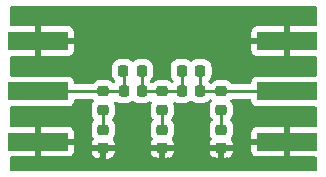
<source format=gbr>
%TF.GenerationSoftware,KiCad,Pcbnew,(6.0.10)*%
%TF.CreationDate,2023-05-27T15:47:13+03:00*%
%TF.ProjectId,BSF_5,4253465f-352e-46b6-9963-61645f706362,rev?*%
%TF.SameCoordinates,Original*%
%TF.FileFunction,Copper,L1,Top*%
%TF.FilePolarity,Positive*%
%FSLAX46Y46*%
G04 Gerber Fmt 4.6, Leading zero omitted, Abs format (unit mm)*
G04 Created by KiCad (PCBNEW (6.0.10)) date 2023-05-27 15:47:13*
%MOMM*%
%LPD*%
G01*
G04 APERTURE LIST*
G04 Aperture macros list*
%AMRoundRect*
0 Rectangle with rounded corners*
0 $1 Rounding radius*
0 $2 $3 $4 $5 $6 $7 $8 $9 X,Y pos of 4 corners*
0 Add a 4 corners polygon primitive as box body*
4,1,4,$2,$3,$4,$5,$6,$7,$8,$9,$2,$3,0*
0 Add four circle primitives for the rounded corners*
1,1,$1+$1,$2,$3*
1,1,$1+$1,$4,$5*
1,1,$1+$1,$6,$7*
1,1,$1+$1,$8,$9*
0 Add four rect primitives between the rounded corners*
20,1,$1+$1,$2,$3,$4,$5,0*
20,1,$1+$1,$4,$5,$6,$7,0*
20,1,$1+$1,$6,$7,$8,$9,0*
20,1,$1+$1,$8,$9,$2,$3,0*%
G04 Aperture macros list end*
%TA.AperFunction,SMDPad,CuDef*%
%ADD10RoundRect,0.218750X-0.218750X-0.256250X0.218750X-0.256250X0.218750X0.256250X-0.218750X0.256250X0*%
%TD*%
%TA.AperFunction,SMDPad,CuDef*%
%ADD11RoundRect,0.218750X0.256250X-0.218750X0.256250X0.218750X-0.256250X0.218750X-0.256250X-0.218750X0*%
%TD*%
%TA.AperFunction,SMDPad,CuDef*%
%ADD12RoundRect,0.225000X-0.250000X0.225000X-0.250000X-0.225000X0.250000X-0.225000X0.250000X0.225000X0*%
%TD*%
%TA.AperFunction,SMDPad,CuDef*%
%ADD13RoundRect,0.225000X0.225000X0.250000X-0.225000X0.250000X-0.225000X-0.250000X0.225000X-0.250000X0*%
%TD*%
%TA.AperFunction,SMDPad,CuDef*%
%ADD14R,5.080000X1.500000*%
%TD*%
%TA.AperFunction,ViaPad*%
%ADD15C,0.800000*%
%TD*%
%TA.AperFunction,Conductor*%
%ADD16C,0.250000*%
%TD*%
%TA.AperFunction,Conductor*%
%ADD17C,0.293370*%
%TD*%
G04 APERTURE END LIST*
D10*
%TO.P,L2,1,1*%
%TO.N,Net-(J1-Pad1)*%
X125612500Y-85750000D03*
%TO.P,L2,2,2*%
%TO.N,Net-(L2-Pad2)*%
X127187500Y-85750000D03*
%TD*%
D11*
%TO.P,L3,1,1*%
%TO.N,Net-(L3-Pad1)*%
X128900000Y-89075000D03*
%TO.P,L3,2,2*%
%TO.N,Net-(L2-Pad2)*%
X128900000Y-87500000D03*
%TD*%
D12*
%TO.P,C1,1,1*%
%TO.N,Net-(L1-Pad1)*%
X123900000Y-90725000D03*
%TO.P,C1,2,2*%
%TO.N,GND*%
X123900000Y-92275000D03*
%TD*%
D11*
%TO.P,L5,1,1*%
%TO.N,Net-(L5-Pad1)*%
X133900000Y-89075000D03*
%TO.P,L5,2,2*%
%TO.N,Net-(J2-Pad1)*%
X133900000Y-87500000D03*
%TD*%
D13*
%TO.P,C4,1,1*%
%TO.N,Net-(J2-Pad1)*%
X132100000Y-87500000D03*
%TO.P,C4,2,2*%
%TO.N,Net-(L2-Pad2)*%
X130550000Y-87500000D03*
%TD*%
D14*
%TO.P,J1,1,In*%
%TO.N,Net-(J1-Pad1)*%
X118362500Y-87500000D03*
%TO.P,J1,2,Ext*%
%TO.N,GND*%
X118362500Y-91750000D03*
X118362500Y-83250000D03*
%TD*%
%TO.P,J2,1,In*%
%TO.N,Net-(J2-Pad1)*%
X139500000Y-87500000D03*
%TO.P,J2,2,Ext*%
%TO.N,GND*%
X139500000Y-83250000D03*
X139500000Y-91750000D03*
%TD*%
D12*
%TO.P,C5,1,1*%
%TO.N,Net-(L5-Pad1)*%
X133900000Y-90725000D03*
%TO.P,C5,2,2*%
%TO.N,GND*%
X133900000Y-92275000D03*
%TD*%
%TO.P,C3,1,1*%
%TO.N,Net-(L3-Pad1)*%
X128900000Y-90725000D03*
%TO.P,C3,2,2*%
%TO.N,GND*%
X128900000Y-92275000D03*
%TD*%
D13*
%TO.P,C2,1,1*%
%TO.N,Net-(L2-Pad2)*%
X127175000Y-87500000D03*
%TO.P,C2,2,2*%
%TO.N,Net-(J1-Pad1)*%
X125625000Y-87500000D03*
%TD*%
D11*
%TO.P,L1,1,1*%
%TO.N,Net-(L1-Pad1)*%
X123900000Y-89075000D03*
%TO.P,L1,2,2*%
%TO.N,Net-(J1-Pad1)*%
X123900000Y-87500000D03*
%TD*%
D10*
%TO.P,L4,1,1*%
%TO.N,Net-(L2-Pad2)*%
X130550000Y-85750000D03*
%TO.P,L4,2,2*%
%TO.N,Net-(J2-Pad1)*%
X132125000Y-85750000D03*
%TD*%
D15*
%TO.N,GND*%
X141000000Y-81250000D03*
X138000000Y-81250000D03*
X116750000Y-93500000D03*
X141000000Y-93500000D03*
X133400000Y-93500000D03*
X124650000Y-93500000D03*
X120000000Y-81250000D03*
X118500000Y-93500000D03*
X120000000Y-93500000D03*
X117000000Y-90000000D03*
X117000000Y-81250000D03*
X141000000Y-90000000D03*
X139500000Y-90000000D03*
X129400000Y-93500000D03*
X117000000Y-85000000D03*
X139500000Y-85000000D03*
X138000000Y-85000000D03*
X123650000Y-93500000D03*
X139500000Y-93500000D03*
X118500000Y-90000000D03*
X118500000Y-85000000D03*
X138000000Y-90000000D03*
X141000000Y-85000000D03*
X139500000Y-81250000D03*
X118500000Y-81250000D03*
X128400000Y-93500000D03*
X120000000Y-85000000D03*
X134400000Y-93500000D03*
X137750000Y-93500000D03*
X120000000Y-90000000D03*
%TD*%
D16*
%TO.N,Net-(L5-Pad1)*%
X133900000Y-89075000D02*
X133900000Y-90725000D01*
D17*
%TO.N,Net-(L1-Pad1)*%
X123900000Y-89075000D02*
X123900000Y-90725000D01*
%TO.N,Net-(L2-Pad2)*%
X127187500Y-87487500D02*
X127175000Y-87500000D01*
X127175000Y-87500000D02*
X130550000Y-87500000D01*
X127187500Y-85750000D02*
X127187500Y-87487500D01*
X130550000Y-85750000D02*
X130550000Y-87500000D01*
%TO.N,Net-(J1-Pad1)*%
X125625000Y-85762500D02*
X125612500Y-85750000D01*
X125625000Y-87500000D02*
X125625000Y-85762500D01*
X118362500Y-87500000D02*
X125625000Y-87500000D01*
%TO.N,Net-(L3-Pad1)*%
X128900000Y-89075000D02*
X128900000Y-90725000D01*
%TO.N,Net-(J2-Pad1)*%
X132125000Y-85750000D02*
X132125000Y-87475000D01*
X132125000Y-87475000D02*
X132100000Y-87500000D01*
X132100000Y-87500000D02*
X139500000Y-87500000D01*
%TD*%
%TA.AperFunction,Conductor*%
%TO.N,GND*%
G36*
X123067521Y-88175187D02*
G01*
X123088412Y-88192006D01*
X123090281Y-88193871D01*
X123094800Y-88198382D01*
X123128882Y-88260661D01*
X123123884Y-88331481D01*
X123094960Y-88376578D01*
X123069136Y-88402447D01*
X123065296Y-88408677D01*
X123065295Y-88408678D01*
X123061113Y-88415462D01*
X122980151Y-88546808D01*
X122926762Y-88707769D01*
X122916500Y-88807928D01*
X122916500Y-89342072D01*
X122927022Y-89443482D01*
X122980692Y-89604349D01*
X123069929Y-89748555D01*
X123075107Y-89753724D01*
X123127887Y-89806412D01*
X123161966Y-89868694D01*
X123156963Y-89939515D01*
X123128042Y-89984602D01*
X123075623Y-90037113D01*
X123075619Y-90037118D01*
X123070448Y-90042298D01*
X123066608Y-90048528D01*
X123066607Y-90048529D01*
X122985255Y-90180507D01*
X122980698Y-90187899D01*
X122926851Y-90350243D01*
X122926151Y-90357080D01*
X122926150Y-90357082D01*
X122925236Y-90366001D01*
X122916500Y-90451268D01*
X122916500Y-90998732D01*
X122927113Y-91101019D01*
X122929295Y-91107559D01*
X122978537Y-91255153D01*
X122981244Y-91263268D01*
X123071248Y-91408713D01*
X123076430Y-91413886D01*
X123080977Y-91419623D01*
X123079170Y-91421055D01*
X123107902Y-91473575D01*
X123102892Y-91544395D01*
X123079501Y-91580853D01*
X123080552Y-91581683D01*
X123067002Y-91598840D01*
X122984996Y-91731880D01*
X122978849Y-91745061D01*
X122929509Y-91893814D01*
X122926642Y-91907190D01*
X122917328Y-91998097D01*
X122917071Y-92003126D01*
X122921475Y-92018124D01*
X122922865Y-92019329D01*
X122930548Y-92021000D01*
X124864885Y-92021000D01*
X124880124Y-92016525D01*
X124881329Y-92015135D01*
X124883000Y-92007452D01*
X124883000Y-92004562D01*
X124882663Y-91998047D01*
X124873106Y-91905943D01*
X124870212Y-91892544D01*
X124820619Y-91743893D01*
X124814445Y-91730714D01*
X124732212Y-91597827D01*
X124718629Y-91580689D01*
X124720559Y-91579159D01*
X124692097Y-91527120D01*
X124697113Y-91456301D01*
X124720799Y-91419383D01*
X124719843Y-91418628D01*
X124724381Y-91412882D01*
X124729552Y-91407702D01*
X124733393Y-91401471D01*
X124815462Y-91268331D01*
X124815463Y-91268329D01*
X124819302Y-91262101D01*
X124873149Y-91099757D01*
X124883500Y-90998732D01*
X124883500Y-90451268D01*
X124872887Y-90348981D01*
X124861304Y-90314263D01*
X124821073Y-90193676D01*
X124821072Y-90193674D01*
X124818756Y-90186732D01*
X124728752Y-90041287D01*
X124723570Y-90036114D01*
X124723566Y-90036109D01*
X124672117Y-89984750D01*
X124638037Y-89922468D01*
X124643040Y-89851648D01*
X124671961Y-89806559D01*
X124725693Y-89752733D01*
X124730864Y-89747553D01*
X124819849Y-89603192D01*
X124873238Y-89442231D01*
X124883500Y-89342072D01*
X124883500Y-88807928D01*
X124872978Y-88706518D01*
X124819308Y-88545651D01*
X124815458Y-88539430D01*
X124815456Y-88539425D01*
X124807755Y-88526980D01*
X124788918Y-88458527D01*
X124810080Y-88390758D01*
X124864522Y-88345188D01*
X124934958Y-88336285D01*
X124981015Y-88353418D01*
X125025122Y-88380605D01*
X125076949Y-88412552D01*
X125087899Y-88419302D01*
X125250243Y-88473149D01*
X125257080Y-88473849D01*
X125257082Y-88473850D01*
X125298401Y-88478083D01*
X125351268Y-88483500D01*
X125898732Y-88483500D01*
X125901978Y-88483163D01*
X125901982Y-88483163D01*
X125936083Y-88479625D01*
X126001019Y-88472887D01*
X126154726Y-88421606D01*
X126156324Y-88421073D01*
X126156326Y-88421072D01*
X126163268Y-88418756D01*
X126177353Y-88410040D01*
X126302487Y-88332605D01*
X126302488Y-88332604D01*
X126308713Y-88328752D01*
X126313886Y-88323570D01*
X126319620Y-88319025D01*
X126321142Y-88320945D01*
X126373206Y-88292455D01*
X126444026Y-88297456D01*
X126480552Y-88320882D01*
X126481372Y-88319843D01*
X126487118Y-88324381D01*
X126492298Y-88329552D01*
X126498528Y-88333392D01*
X126498529Y-88333393D01*
X126626949Y-88412552D01*
X126637899Y-88419302D01*
X126800243Y-88473149D01*
X126807080Y-88473849D01*
X126807082Y-88473850D01*
X126848401Y-88478083D01*
X126901268Y-88483500D01*
X127448732Y-88483500D01*
X127451978Y-88483163D01*
X127451982Y-88483163D01*
X127486083Y-88479625D01*
X127551019Y-88472887D01*
X127704726Y-88421606D01*
X127706324Y-88421073D01*
X127706326Y-88421072D01*
X127713268Y-88418756D01*
X127819087Y-88353274D01*
X127887538Y-88334437D01*
X127955307Y-88355599D01*
X128000878Y-88410040D01*
X128009781Y-88480476D01*
X127992648Y-88526534D01*
X127980151Y-88546808D01*
X127926762Y-88707769D01*
X127916500Y-88807928D01*
X127916500Y-89342072D01*
X127927022Y-89443482D01*
X127980692Y-89604349D01*
X128069929Y-89748555D01*
X128075107Y-89753724D01*
X128127887Y-89806412D01*
X128161966Y-89868694D01*
X128156963Y-89939515D01*
X128128042Y-89984602D01*
X128075623Y-90037113D01*
X128075619Y-90037118D01*
X128070448Y-90042298D01*
X128066608Y-90048528D01*
X128066607Y-90048529D01*
X127985255Y-90180507D01*
X127980698Y-90187899D01*
X127926851Y-90350243D01*
X127926151Y-90357080D01*
X127926150Y-90357082D01*
X127925236Y-90366001D01*
X127916500Y-90451268D01*
X127916500Y-90998732D01*
X127927113Y-91101019D01*
X127929295Y-91107559D01*
X127978537Y-91255153D01*
X127981244Y-91263268D01*
X128071248Y-91408713D01*
X128076430Y-91413886D01*
X128080977Y-91419623D01*
X128079170Y-91421055D01*
X128107902Y-91473575D01*
X128102892Y-91544395D01*
X128079501Y-91580853D01*
X128080552Y-91581683D01*
X128067002Y-91598840D01*
X127984996Y-91731880D01*
X127978849Y-91745061D01*
X127929509Y-91893814D01*
X127926642Y-91907190D01*
X127917328Y-91998097D01*
X127917071Y-92003126D01*
X127921475Y-92018124D01*
X127922865Y-92019329D01*
X127930548Y-92021000D01*
X129864885Y-92021000D01*
X129880124Y-92016525D01*
X129881329Y-92015135D01*
X129883000Y-92007452D01*
X129883000Y-92004562D01*
X129882663Y-91998047D01*
X129873106Y-91905943D01*
X129870212Y-91892544D01*
X129820619Y-91743893D01*
X129814445Y-91730714D01*
X129732212Y-91597827D01*
X129718629Y-91580689D01*
X129720559Y-91579159D01*
X129692097Y-91527120D01*
X129697113Y-91456301D01*
X129720799Y-91419383D01*
X129719843Y-91418628D01*
X129724381Y-91412882D01*
X129729552Y-91407702D01*
X129733393Y-91401471D01*
X129815462Y-91268331D01*
X129815463Y-91268329D01*
X129819302Y-91262101D01*
X129873149Y-91099757D01*
X129883500Y-90998732D01*
X129883500Y-90451268D01*
X129872887Y-90348981D01*
X129861304Y-90314263D01*
X129821073Y-90193676D01*
X129821072Y-90193674D01*
X129818756Y-90186732D01*
X129728752Y-90041287D01*
X129723570Y-90036114D01*
X129723566Y-90036109D01*
X129672117Y-89984750D01*
X129638037Y-89922468D01*
X129643040Y-89851648D01*
X129671961Y-89806559D01*
X129725693Y-89752733D01*
X129730864Y-89747553D01*
X129819849Y-89603192D01*
X129873238Y-89442231D01*
X129883500Y-89342072D01*
X129883500Y-88807928D01*
X129872978Y-88706518D01*
X129825980Y-88565649D01*
X129823395Y-88494700D01*
X129859578Y-88433616D01*
X129923042Y-88401791D01*
X129993637Y-88409330D01*
X129999946Y-88412552D01*
X130000032Y-88412367D01*
X130006668Y-88415461D01*
X130012899Y-88419302D01*
X130175243Y-88473149D01*
X130182080Y-88473849D01*
X130182082Y-88473850D01*
X130223401Y-88478083D01*
X130276268Y-88483500D01*
X130823732Y-88483500D01*
X130826978Y-88483163D01*
X130826982Y-88483163D01*
X130861083Y-88479625D01*
X130926019Y-88472887D01*
X131079726Y-88421606D01*
X131081324Y-88421073D01*
X131081326Y-88421072D01*
X131088268Y-88418756D01*
X131102353Y-88410040D01*
X131227487Y-88332605D01*
X131227488Y-88332604D01*
X131233713Y-88328752D01*
X131238886Y-88323570D01*
X131244620Y-88319025D01*
X131246142Y-88320945D01*
X131298206Y-88292455D01*
X131369026Y-88297456D01*
X131405552Y-88320882D01*
X131406372Y-88319843D01*
X131412118Y-88324381D01*
X131417298Y-88329552D01*
X131423528Y-88333392D01*
X131423529Y-88333393D01*
X131551949Y-88412552D01*
X131562899Y-88419302D01*
X131725243Y-88473149D01*
X131732080Y-88473849D01*
X131732082Y-88473850D01*
X131773401Y-88478083D01*
X131826268Y-88483500D01*
X132373732Y-88483500D01*
X132376978Y-88483163D01*
X132376982Y-88483163D01*
X132411083Y-88479625D01*
X132476019Y-88472887D01*
X132629726Y-88421606D01*
X132631324Y-88421073D01*
X132631326Y-88421072D01*
X132638268Y-88418756D01*
X132720750Y-88367715D01*
X132777485Y-88332606D01*
X132783713Y-88328752D01*
X132792607Y-88319843D01*
X132899377Y-88212886D01*
X132904552Y-88207702D01*
X132905838Y-88205616D01*
X132962119Y-88165711D01*
X133033042Y-88162477D01*
X133092099Y-88195687D01*
X133094801Y-88198383D01*
X133128883Y-88260663D01*
X133123883Y-88331483D01*
X133094960Y-88376578D01*
X133069136Y-88402447D01*
X133065296Y-88408677D01*
X133065295Y-88408678D01*
X133061113Y-88415462D01*
X132980151Y-88546808D01*
X132926762Y-88707769D01*
X132916500Y-88807928D01*
X132916500Y-89342072D01*
X132927022Y-89443482D01*
X132980692Y-89604349D01*
X133069929Y-89748555D01*
X133075107Y-89753724D01*
X133127887Y-89806412D01*
X133161966Y-89868694D01*
X133156963Y-89939515D01*
X133128042Y-89984602D01*
X133075623Y-90037113D01*
X133075619Y-90037118D01*
X133070448Y-90042298D01*
X133066608Y-90048528D01*
X133066607Y-90048529D01*
X132985255Y-90180507D01*
X132980698Y-90187899D01*
X132926851Y-90350243D01*
X132926151Y-90357080D01*
X132926150Y-90357082D01*
X132925236Y-90366001D01*
X132916500Y-90451268D01*
X132916500Y-90998732D01*
X132927113Y-91101019D01*
X132929295Y-91107559D01*
X132978537Y-91255153D01*
X132981244Y-91263268D01*
X133071248Y-91408713D01*
X133076430Y-91413886D01*
X133080977Y-91419623D01*
X133079170Y-91421055D01*
X133107902Y-91473575D01*
X133102892Y-91544395D01*
X133079501Y-91580853D01*
X133080552Y-91581683D01*
X133067002Y-91598840D01*
X132984996Y-91731880D01*
X132978849Y-91745061D01*
X132929509Y-91893814D01*
X132926642Y-91907190D01*
X132917328Y-91998097D01*
X132917071Y-92003126D01*
X132921475Y-92018124D01*
X132922865Y-92019329D01*
X132930548Y-92021000D01*
X134864885Y-92021000D01*
X134880124Y-92016525D01*
X134881329Y-92015135D01*
X134883000Y-92007452D01*
X134883000Y-92004562D01*
X134882663Y-91998047D01*
X134873106Y-91905943D01*
X134870212Y-91892544D01*
X134820619Y-91743893D01*
X134814445Y-91730714D01*
X134732212Y-91597827D01*
X134718629Y-91580689D01*
X134720559Y-91579159D01*
X134692097Y-91527120D01*
X134695584Y-91477885D01*
X136452000Y-91477885D01*
X136456475Y-91493124D01*
X136457865Y-91494329D01*
X136465548Y-91496000D01*
X139227885Y-91496000D01*
X139243124Y-91491525D01*
X139244329Y-91490135D01*
X139246000Y-91482452D01*
X139246000Y-90510116D01*
X139241525Y-90494877D01*
X139240135Y-90493672D01*
X139232452Y-90492001D01*
X136915331Y-90492001D01*
X136908510Y-90492371D01*
X136857648Y-90497895D01*
X136842396Y-90501521D01*
X136721946Y-90546676D01*
X136706351Y-90555214D01*
X136604276Y-90631715D01*
X136591715Y-90644276D01*
X136515214Y-90746351D01*
X136506676Y-90761946D01*
X136461522Y-90882394D01*
X136457895Y-90897649D01*
X136452369Y-90948514D01*
X136452000Y-90955328D01*
X136452000Y-91477885D01*
X134695584Y-91477885D01*
X134697113Y-91456301D01*
X134720799Y-91419383D01*
X134719843Y-91418628D01*
X134724381Y-91412882D01*
X134729552Y-91407702D01*
X134733393Y-91401471D01*
X134815462Y-91268331D01*
X134815463Y-91268329D01*
X134819302Y-91262101D01*
X134873149Y-91099757D01*
X134883500Y-90998732D01*
X134883500Y-90451268D01*
X134872887Y-90348981D01*
X134861304Y-90314263D01*
X134821073Y-90193676D01*
X134821072Y-90193674D01*
X134818756Y-90186732D01*
X134728752Y-90041287D01*
X134723570Y-90036114D01*
X134723566Y-90036109D01*
X134672117Y-89984750D01*
X134638037Y-89922468D01*
X134643040Y-89851648D01*
X134671961Y-89806559D01*
X134725693Y-89752733D01*
X134730864Y-89747553D01*
X134819849Y-89603192D01*
X134873238Y-89442231D01*
X134883500Y-89342072D01*
X134883500Y-88807928D01*
X134872978Y-88706518D01*
X134819308Y-88545651D01*
X134730071Y-88401445D01*
X134705195Y-88376613D01*
X134671116Y-88314332D01*
X134676118Y-88243512D01*
X134705039Y-88198423D01*
X134711283Y-88192168D01*
X134773565Y-88158088D01*
X134800457Y-88155185D01*
X136325500Y-88155185D01*
X136393621Y-88175187D01*
X136440114Y-88228843D01*
X136451500Y-88281185D01*
X136451500Y-88298134D01*
X136458255Y-88360316D01*
X136509385Y-88496705D01*
X136596739Y-88613261D01*
X136713295Y-88700615D01*
X136849684Y-88751745D01*
X136911866Y-88758500D01*
X141865500Y-88758500D01*
X141933621Y-88778502D01*
X141980114Y-88832158D01*
X141991500Y-88884500D01*
X141991500Y-90366000D01*
X141971498Y-90434121D01*
X141917842Y-90480614D01*
X141865500Y-90492000D01*
X139772115Y-90492000D01*
X139756876Y-90496475D01*
X139755671Y-90497865D01*
X139754000Y-90505548D01*
X139754000Y-92989884D01*
X139758475Y-93005123D01*
X139759865Y-93006328D01*
X139767548Y-93007999D01*
X141865500Y-93007999D01*
X141933621Y-93028001D01*
X141980114Y-93081657D01*
X141991500Y-93133999D01*
X141991500Y-94115500D01*
X141971498Y-94183621D01*
X141917842Y-94230114D01*
X141865500Y-94241500D01*
X116134500Y-94241500D01*
X116066379Y-94221498D01*
X116019886Y-94167842D01*
X116008500Y-94115500D01*
X116008500Y-93134000D01*
X116028502Y-93065879D01*
X116082158Y-93019386D01*
X116134500Y-93008000D01*
X118090385Y-93008000D01*
X118105624Y-93003525D01*
X118106829Y-93002135D01*
X118108500Y-92994452D01*
X118108500Y-92989884D01*
X118616500Y-92989884D01*
X118620975Y-93005123D01*
X118622365Y-93006328D01*
X118630048Y-93007999D01*
X120947169Y-93007999D01*
X120953990Y-93007629D01*
X121004852Y-93002105D01*
X121020104Y-92998479D01*
X121140554Y-92953324D01*
X121156149Y-92944786D01*
X121258224Y-92868285D01*
X121270785Y-92855724D01*
X121347286Y-92753649D01*
X121355824Y-92738054D01*
X121400978Y-92617606D01*
X121404605Y-92602351D01*
X121410131Y-92551486D01*
X121410459Y-92545438D01*
X122917000Y-92545438D01*
X122917337Y-92551953D01*
X122926894Y-92644057D01*
X122929788Y-92657456D01*
X122979381Y-92806107D01*
X122985555Y-92819286D01*
X123067788Y-92952173D01*
X123076824Y-92963574D01*
X123187429Y-93073986D01*
X123198840Y-93082998D01*
X123331880Y-93165004D01*
X123345061Y-93171151D01*
X123493814Y-93220491D01*
X123507190Y-93223358D01*
X123598097Y-93232672D01*
X123604513Y-93233000D01*
X123627885Y-93233000D01*
X123643124Y-93228525D01*
X123644329Y-93227135D01*
X123646000Y-93219452D01*
X123646000Y-93214885D01*
X124154000Y-93214885D01*
X124158475Y-93230124D01*
X124159865Y-93231329D01*
X124167548Y-93233000D01*
X124195438Y-93233000D01*
X124201953Y-93232663D01*
X124294057Y-93223106D01*
X124307456Y-93220212D01*
X124456107Y-93170619D01*
X124469286Y-93164445D01*
X124602173Y-93082212D01*
X124613574Y-93073176D01*
X124723986Y-92962571D01*
X124732998Y-92951160D01*
X124815004Y-92818120D01*
X124821151Y-92804939D01*
X124870491Y-92656186D01*
X124873358Y-92642810D01*
X124882672Y-92551903D01*
X124882929Y-92546874D01*
X124882507Y-92545438D01*
X127917000Y-92545438D01*
X127917337Y-92551953D01*
X127926894Y-92644057D01*
X127929788Y-92657456D01*
X127979381Y-92806107D01*
X127985555Y-92819286D01*
X128067788Y-92952173D01*
X128076824Y-92963574D01*
X128187429Y-93073986D01*
X128198840Y-93082998D01*
X128331880Y-93165004D01*
X128345061Y-93171151D01*
X128493814Y-93220491D01*
X128507190Y-93223358D01*
X128598097Y-93232672D01*
X128604513Y-93233000D01*
X128627885Y-93233000D01*
X128643124Y-93228525D01*
X128644329Y-93227135D01*
X128646000Y-93219452D01*
X128646000Y-93214885D01*
X129154000Y-93214885D01*
X129158475Y-93230124D01*
X129159865Y-93231329D01*
X129167548Y-93233000D01*
X129195438Y-93233000D01*
X129201953Y-93232663D01*
X129294057Y-93223106D01*
X129307456Y-93220212D01*
X129456107Y-93170619D01*
X129469286Y-93164445D01*
X129602173Y-93082212D01*
X129613574Y-93073176D01*
X129723986Y-92962571D01*
X129732998Y-92951160D01*
X129815004Y-92818120D01*
X129821151Y-92804939D01*
X129870491Y-92656186D01*
X129873358Y-92642810D01*
X129882672Y-92551903D01*
X129882929Y-92546874D01*
X129882507Y-92545438D01*
X132917000Y-92545438D01*
X132917337Y-92551953D01*
X132926894Y-92644057D01*
X132929788Y-92657456D01*
X132979381Y-92806107D01*
X132985555Y-92819286D01*
X133067788Y-92952173D01*
X133076824Y-92963574D01*
X133187429Y-93073986D01*
X133198840Y-93082998D01*
X133331880Y-93165004D01*
X133345061Y-93171151D01*
X133493814Y-93220491D01*
X133507190Y-93223358D01*
X133598097Y-93232672D01*
X133604513Y-93233000D01*
X133627885Y-93233000D01*
X133643124Y-93228525D01*
X133644329Y-93227135D01*
X133646000Y-93219452D01*
X133646000Y-93214885D01*
X134154000Y-93214885D01*
X134158475Y-93230124D01*
X134159865Y-93231329D01*
X134167548Y-93233000D01*
X134195438Y-93233000D01*
X134201953Y-93232663D01*
X134294057Y-93223106D01*
X134307456Y-93220212D01*
X134456107Y-93170619D01*
X134469286Y-93164445D01*
X134602173Y-93082212D01*
X134613574Y-93073176D01*
X134723986Y-92962571D01*
X134732998Y-92951160D01*
X134815004Y-92818120D01*
X134821151Y-92804939D01*
X134870491Y-92656186D01*
X134873358Y-92642810D01*
X134882672Y-92551903D01*
X134882929Y-92546874D01*
X134882282Y-92544669D01*
X136452001Y-92544669D01*
X136452371Y-92551490D01*
X136457895Y-92602352D01*
X136461521Y-92617604D01*
X136506676Y-92738054D01*
X136515214Y-92753649D01*
X136591715Y-92855724D01*
X136604276Y-92868285D01*
X136706351Y-92944786D01*
X136721946Y-92953324D01*
X136842394Y-92998478D01*
X136857649Y-93002105D01*
X136908514Y-93007631D01*
X136915328Y-93008000D01*
X139227885Y-93008000D01*
X139243124Y-93003525D01*
X139244329Y-93002135D01*
X139246000Y-92994452D01*
X139246000Y-92022115D01*
X139241525Y-92006876D01*
X139240135Y-92005671D01*
X139232452Y-92004000D01*
X136470116Y-92004000D01*
X136454877Y-92008475D01*
X136453672Y-92009865D01*
X136452001Y-92017548D01*
X136452001Y-92544669D01*
X134882282Y-92544669D01*
X134878525Y-92531876D01*
X134877135Y-92530671D01*
X134869452Y-92529000D01*
X134172115Y-92529000D01*
X134156876Y-92533475D01*
X134155671Y-92534865D01*
X134154000Y-92542548D01*
X134154000Y-93214885D01*
X133646000Y-93214885D01*
X133646000Y-92547115D01*
X133641525Y-92531876D01*
X133640135Y-92530671D01*
X133632452Y-92529000D01*
X132935115Y-92529000D01*
X132919876Y-92533475D01*
X132918671Y-92534865D01*
X132917000Y-92542548D01*
X132917000Y-92545438D01*
X129882507Y-92545438D01*
X129878525Y-92531876D01*
X129877135Y-92530671D01*
X129869452Y-92529000D01*
X129172115Y-92529000D01*
X129156876Y-92533475D01*
X129155671Y-92534865D01*
X129154000Y-92542548D01*
X129154000Y-93214885D01*
X128646000Y-93214885D01*
X128646000Y-92547115D01*
X128641525Y-92531876D01*
X128640135Y-92530671D01*
X128632452Y-92529000D01*
X127935115Y-92529000D01*
X127919876Y-92533475D01*
X127918671Y-92534865D01*
X127917000Y-92542548D01*
X127917000Y-92545438D01*
X124882507Y-92545438D01*
X124878525Y-92531876D01*
X124877135Y-92530671D01*
X124869452Y-92529000D01*
X124172115Y-92529000D01*
X124156876Y-92533475D01*
X124155671Y-92534865D01*
X124154000Y-92542548D01*
X124154000Y-93214885D01*
X123646000Y-93214885D01*
X123646000Y-92547115D01*
X123641525Y-92531876D01*
X123640135Y-92530671D01*
X123632452Y-92529000D01*
X122935115Y-92529000D01*
X122919876Y-92533475D01*
X122918671Y-92534865D01*
X122917000Y-92542548D01*
X122917000Y-92545438D01*
X121410459Y-92545438D01*
X121410500Y-92544672D01*
X121410500Y-92022115D01*
X121406025Y-92006876D01*
X121404635Y-92005671D01*
X121396952Y-92004000D01*
X118634615Y-92004000D01*
X118619376Y-92008475D01*
X118618171Y-92009865D01*
X118616500Y-92017548D01*
X118616500Y-92989884D01*
X118108500Y-92989884D01*
X118108500Y-91477885D01*
X118616500Y-91477885D01*
X118620975Y-91493124D01*
X118622365Y-91494329D01*
X118630048Y-91496000D01*
X121392384Y-91496000D01*
X121407623Y-91491525D01*
X121408828Y-91490135D01*
X121410499Y-91482452D01*
X121410499Y-90955331D01*
X121410129Y-90948510D01*
X121404605Y-90897648D01*
X121400979Y-90882396D01*
X121355824Y-90761946D01*
X121347286Y-90746351D01*
X121270785Y-90644276D01*
X121258224Y-90631715D01*
X121156149Y-90555214D01*
X121140554Y-90546676D01*
X121020106Y-90501522D01*
X121004851Y-90497895D01*
X120953986Y-90492369D01*
X120947172Y-90492000D01*
X118634615Y-90492000D01*
X118619376Y-90496475D01*
X118618171Y-90497865D01*
X118616500Y-90505548D01*
X118616500Y-91477885D01*
X118108500Y-91477885D01*
X118108500Y-90510116D01*
X118104025Y-90494877D01*
X118102635Y-90493672D01*
X118094952Y-90492001D01*
X116134500Y-90492001D01*
X116066379Y-90471999D01*
X116019886Y-90418343D01*
X116008500Y-90366001D01*
X116008500Y-88884500D01*
X116028502Y-88816379D01*
X116082158Y-88769886D01*
X116134500Y-88758500D01*
X120950634Y-88758500D01*
X121012816Y-88751745D01*
X121149205Y-88700615D01*
X121265761Y-88613261D01*
X121353115Y-88496705D01*
X121404245Y-88360316D01*
X121411000Y-88298134D01*
X121411000Y-88281185D01*
X121431002Y-88213064D01*
X121484658Y-88166571D01*
X121537000Y-88155185D01*
X122999400Y-88155185D01*
X123067521Y-88175187D01*
G37*
%TD.AperFunction*%
%TA.AperFunction,Conductor*%
G36*
X141933621Y-80278502D02*
G01*
X141980114Y-80332158D01*
X141991500Y-80384500D01*
X141991500Y-81866000D01*
X141971498Y-81934121D01*
X141917842Y-81980614D01*
X141865500Y-81992000D01*
X139772115Y-81992000D01*
X139756876Y-81996475D01*
X139755671Y-81997865D01*
X139754000Y-82005548D01*
X139754000Y-84489884D01*
X139758475Y-84505123D01*
X139759865Y-84506328D01*
X139767548Y-84507999D01*
X141865500Y-84507999D01*
X141933621Y-84528001D01*
X141980114Y-84581657D01*
X141991500Y-84633999D01*
X141991500Y-86115500D01*
X141971498Y-86183621D01*
X141917842Y-86230114D01*
X141865500Y-86241500D01*
X136911866Y-86241500D01*
X136849684Y-86248255D01*
X136713295Y-86299385D01*
X136596739Y-86386739D01*
X136509385Y-86503295D01*
X136458255Y-86639684D01*
X136451500Y-86701866D01*
X136451500Y-86718815D01*
X136431498Y-86786936D01*
X136377842Y-86833429D01*
X136325500Y-86844815D01*
X134800600Y-86844815D01*
X134732479Y-86824813D01*
X134711582Y-86807988D01*
X134615233Y-86711807D01*
X134610053Y-86706636D01*
X134465692Y-86617651D01*
X134458743Y-86615346D01*
X134311262Y-86566428D01*
X134311260Y-86566428D01*
X134304731Y-86564262D01*
X134204572Y-86554000D01*
X133595428Y-86554000D01*
X133592182Y-86554337D01*
X133592178Y-86554337D01*
X133558397Y-86557842D01*
X133494018Y-86564522D01*
X133333151Y-86618192D01*
X133188945Y-86707429D01*
X133097039Y-86799496D01*
X133092319Y-86804224D01*
X133030037Y-86838303D01*
X132959217Y-86833300D01*
X132905677Y-86794397D01*
X132903752Y-86791287D01*
X132840426Y-86728071D01*
X132834627Y-86722282D01*
X132800548Y-86659999D01*
X132805551Y-86589179D01*
X132834472Y-86544091D01*
X132913193Y-86465233D01*
X132918364Y-86460053D01*
X133007349Y-86315692D01*
X133060738Y-86154731D01*
X133071000Y-86054572D01*
X133071000Y-85445428D01*
X133060478Y-85344018D01*
X133006808Y-85183151D01*
X132917571Y-85038945D01*
X132797553Y-84919136D01*
X132653192Y-84830151D01*
X132646243Y-84827846D01*
X132498762Y-84778928D01*
X132498760Y-84778928D01*
X132492231Y-84776762D01*
X132392072Y-84766500D01*
X131857928Y-84766500D01*
X131854682Y-84766837D01*
X131854678Y-84766837D01*
X131820897Y-84770342D01*
X131756518Y-84777022D01*
X131595651Y-84830692D01*
X131451445Y-84919929D01*
X131426613Y-84944805D01*
X131364332Y-84978884D01*
X131293512Y-84973882D01*
X131248422Y-84944960D01*
X131227733Y-84924307D01*
X131222553Y-84919136D01*
X131078192Y-84830151D01*
X131071243Y-84827846D01*
X130923762Y-84778928D01*
X130923760Y-84778928D01*
X130917231Y-84776762D01*
X130817072Y-84766500D01*
X130282928Y-84766500D01*
X130279682Y-84766837D01*
X130279678Y-84766837D01*
X130245897Y-84770342D01*
X130181518Y-84777022D01*
X130020651Y-84830692D01*
X129876445Y-84919929D01*
X129756636Y-85039947D01*
X129667651Y-85184308D01*
X129614262Y-85345269D01*
X129604000Y-85445428D01*
X129604000Y-86054572D01*
X129614522Y-86155982D01*
X129668192Y-86316849D01*
X129757429Y-86461055D01*
X129762607Y-86466224D01*
X129827876Y-86531380D01*
X129861955Y-86593663D01*
X129856952Y-86664483D01*
X129828031Y-86709571D01*
X129809717Y-86727917D01*
X129747435Y-86761996D01*
X129676615Y-86756993D01*
X129631525Y-86728071D01*
X129615233Y-86711807D01*
X129610053Y-86706636D01*
X129465692Y-86617651D01*
X129458743Y-86615346D01*
X129311262Y-86566428D01*
X129311260Y-86566428D01*
X129304731Y-86564262D01*
X129204572Y-86554000D01*
X128595428Y-86554000D01*
X128592182Y-86554337D01*
X128592178Y-86554337D01*
X128558397Y-86557842D01*
X128494018Y-86564522D01*
X128333151Y-86618192D01*
X128188945Y-86707429D01*
X128183776Y-86712607D01*
X128183771Y-86712611D01*
X128131119Y-86765354D01*
X128068837Y-86799433D01*
X127998017Y-86794430D01*
X127952929Y-86765509D01*
X127903366Y-86716032D01*
X127869287Y-86653749D01*
X127874290Y-86582929D01*
X127903211Y-86537841D01*
X127975693Y-86465233D01*
X127980864Y-86460053D01*
X128069849Y-86315692D01*
X128123238Y-86154731D01*
X128133500Y-86054572D01*
X128133500Y-85445428D01*
X128122978Y-85344018D01*
X128069308Y-85183151D01*
X127980071Y-85038945D01*
X127860053Y-84919136D01*
X127715692Y-84830151D01*
X127708743Y-84827846D01*
X127561262Y-84778928D01*
X127561260Y-84778928D01*
X127554731Y-84776762D01*
X127454572Y-84766500D01*
X126920428Y-84766500D01*
X126917182Y-84766837D01*
X126917178Y-84766837D01*
X126883397Y-84770342D01*
X126819018Y-84777022D01*
X126658151Y-84830692D01*
X126513945Y-84919929D01*
X126489113Y-84944805D01*
X126426832Y-84978884D01*
X126356012Y-84973882D01*
X126310922Y-84944960D01*
X126290233Y-84924307D01*
X126285053Y-84919136D01*
X126140692Y-84830151D01*
X126133743Y-84827846D01*
X125986262Y-84778928D01*
X125986260Y-84778928D01*
X125979731Y-84776762D01*
X125879572Y-84766500D01*
X125345428Y-84766500D01*
X125342182Y-84766837D01*
X125342178Y-84766837D01*
X125308397Y-84770342D01*
X125244018Y-84777022D01*
X125083151Y-84830692D01*
X124938945Y-84919929D01*
X124819136Y-85039947D01*
X124730151Y-85184308D01*
X124676762Y-85345269D01*
X124666500Y-85445428D01*
X124666500Y-86054572D01*
X124677022Y-86155982D01*
X124730692Y-86316849D01*
X124819929Y-86461055D01*
X124825107Y-86466224D01*
X124896637Y-86537630D01*
X124930716Y-86599913D01*
X124925713Y-86670733D01*
X124896792Y-86715821D01*
X124847282Y-86765417D01*
X124784999Y-86799496D01*
X124714179Y-86794493D01*
X124669091Y-86765571D01*
X124615238Y-86711811D01*
X124615233Y-86711807D01*
X124610053Y-86706636D01*
X124465692Y-86617651D01*
X124458743Y-86615346D01*
X124311262Y-86566428D01*
X124311260Y-86566428D01*
X124304731Y-86564262D01*
X124204572Y-86554000D01*
X123595428Y-86554000D01*
X123592182Y-86554337D01*
X123592178Y-86554337D01*
X123558397Y-86557842D01*
X123494018Y-86564522D01*
X123333151Y-86618192D01*
X123188945Y-86707429D01*
X123109577Y-86786936D01*
X123088716Y-86807833D01*
X123026434Y-86841912D01*
X122999543Y-86844815D01*
X121537000Y-86844815D01*
X121468879Y-86824813D01*
X121422386Y-86771157D01*
X121411000Y-86718815D01*
X121411000Y-86701866D01*
X121404245Y-86639684D01*
X121353115Y-86503295D01*
X121265761Y-86386739D01*
X121149205Y-86299385D01*
X121012816Y-86248255D01*
X120950634Y-86241500D01*
X116134500Y-86241500D01*
X116066379Y-86221498D01*
X116019886Y-86167842D01*
X116008500Y-86115500D01*
X116008500Y-84634000D01*
X116028502Y-84565879D01*
X116082158Y-84519386D01*
X116134500Y-84508000D01*
X118090385Y-84508000D01*
X118105624Y-84503525D01*
X118106829Y-84502135D01*
X118108500Y-84494452D01*
X118108500Y-84489884D01*
X118616500Y-84489884D01*
X118620975Y-84505123D01*
X118622365Y-84506328D01*
X118630048Y-84507999D01*
X120947169Y-84507999D01*
X120953990Y-84507629D01*
X121004852Y-84502105D01*
X121020104Y-84498479D01*
X121140554Y-84453324D01*
X121156149Y-84444786D01*
X121258224Y-84368285D01*
X121270785Y-84355724D01*
X121347286Y-84253649D01*
X121355824Y-84238054D01*
X121400978Y-84117606D01*
X121404605Y-84102351D01*
X121410131Y-84051486D01*
X121410500Y-84044672D01*
X121410500Y-84044669D01*
X136452001Y-84044669D01*
X136452371Y-84051490D01*
X136457895Y-84102352D01*
X136461521Y-84117604D01*
X136506676Y-84238054D01*
X136515214Y-84253649D01*
X136591715Y-84355724D01*
X136604276Y-84368285D01*
X136706351Y-84444786D01*
X136721946Y-84453324D01*
X136842394Y-84498478D01*
X136857649Y-84502105D01*
X136908514Y-84507631D01*
X136915328Y-84508000D01*
X139227885Y-84508000D01*
X139243124Y-84503525D01*
X139244329Y-84502135D01*
X139246000Y-84494452D01*
X139246000Y-83522115D01*
X139241525Y-83506876D01*
X139240135Y-83505671D01*
X139232452Y-83504000D01*
X136470116Y-83504000D01*
X136454877Y-83508475D01*
X136453672Y-83509865D01*
X136452001Y-83517548D01*
X136452001Y-84044669D01*
X121410500Y-84044669D01*
X121410500Y-83522115D01*
X121406025Y-83506876D01*
X121404635Y-83505671D01*
X121396952Y-83504000D01*
X118634615Y-83504000D01*
X118619376Y-83508475D01*
X118618171Y-83509865D01*
X118616500Y-83517548D01*
X118616500Y-84489884D01*
X118108500Y-84489884D01*
X118108500Y-82977885D01*
X118616500Y-82977885D01*
X118620975Y-82993124D01*
X118622365Y-82994329D01*
X118630048Y-82996000D01*
X121392384Y-82996000D01*
X121407623Y-82991525D01*
X121408828Y-82990135D01*
X121410499Y-82982452D01*
X121410499Y-82977885D01*
X136452000Y-82977885D01*
X136456475Y-82993124D01*
X136457865Y-82994329D01*
X136465548Y-82996000D01*
X139227885Y-82996000D01*
X139243124Y-82991525D01*
X139244329Y-82990135D01*
X139246000Y-82982452D01*
X139246000Y-82010116D01*
X139241525Y-81994877D01*
X139240135Y-81993672D01*
X139232452Y-81992001D01*
X136915331Y-81992001D01*
X136908510Y-81992371D01*
X136857648Y-81997895D01*
X136842396Y-82001521D01*
X136721946Y-82046676D01*
X136706351Y-82055214D01*
X136604276Y-82131715D01*
X136591715Y-82144276D01*
X136515214Y-82246351D01*
X136506676Y-82261946D01*
X136461522Y-82382394D01*
X136457895Y-82397649D01*
X136452369Y-82448514D01*
X136452000Y-82455328D01*
X136452000Y-82977885D01*
X121410499Y-82977885D01*
X121410499Y-82455331D01*
X121410129Y-82448510D01*
X121404605Y-82397648D01*
X121400979Y-82382396D01*
X121355824Y-82261946D01*
X121347286Y-82246351D01*
X121270785Y-82144276D01*
X121258224Y-82131715D01*
X121156149Y-82055214D01*
X121140554Y-82046676D01*
X121020106Y-82001522D01*
X121004851Y-81997895D01*
X120953986Y-81992369D01*
X120947172Y-81992000D01*
X118634615Y-81992000D01*
X118619376Y-81996475D01*
X118618171Y-81997865D01*
X118616500Y-82005548D01*
X118616500Y-82977885D01*
X118108500Y-82977885D01*
X118108500Y-82010116D01*
X118104025Y-81994877D01*
X118102635Y-81993672D01*
X118094952Y-81992001D01*
X116134500Y-81992001D01*
X116066379Y-81971999D01*
X116019886Y-81918343D01*
X116008500Y-81866001D01*
X116008500Y-80384500D01*
X116028502Y-80316379D01*
X116082158Y-80269886D01*
X116134500Y-80258500D01*
X141865500Y-80258500D01*
X141933621Y-80278502D01*
G37*
%TD.AperFunction*%
%TD*%
M02*

</source>
